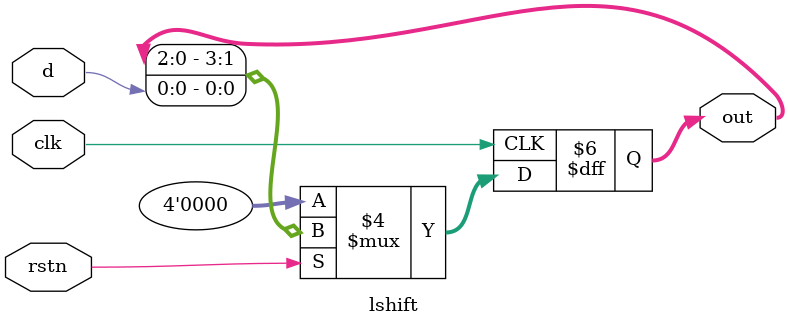
<source format=v>
module lshift( input d,
                 input clk,
                 input rstn,
                 output reg [3:0] out
               );
  always @ (posedge clk)
  begin
    if (!rstn)
    begin
      out <= 4'b0;
    end
    else
    begin
      out <= {out[2:0], d};
    end
  end
endmodule

</source>
